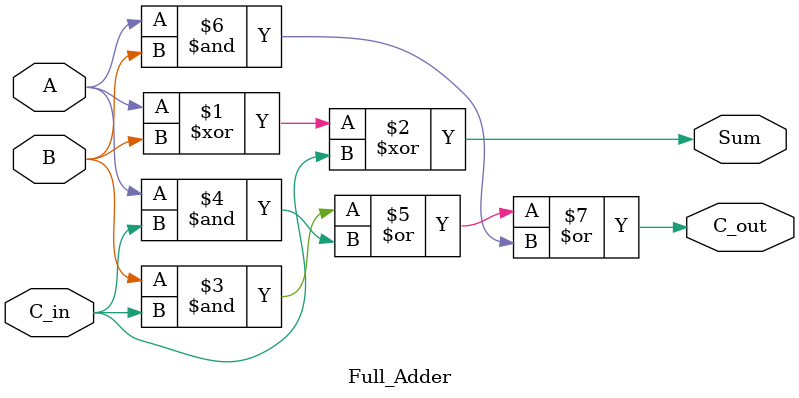
<source format=v>
`timescale 1ns / 1ps


module Full_Adder(
    input A,
    input B,
    input C_in,
    output Sum,
    output C_out
    );
    
    //assign Sum = ~A & ~B & C_in | A & ~B & ~C_in | A & B & C_in;
    assign Sum = (A ^ B) ^ C_in;
    assign C_out = B & C_in | A & C_in | A & B;

endmodule

</source>
